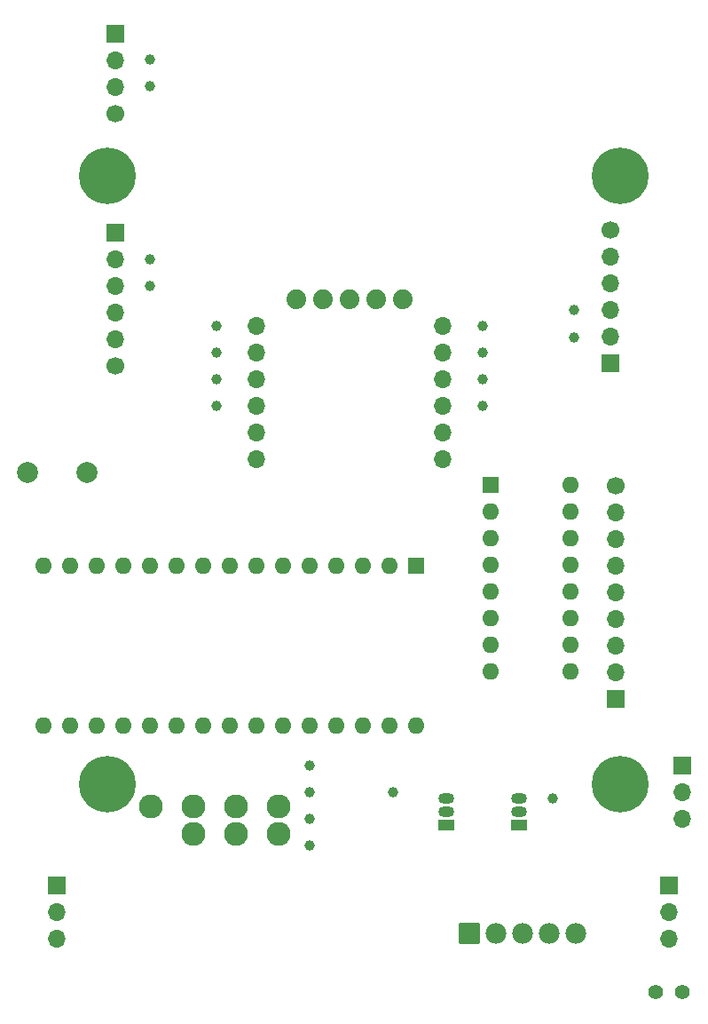
<source format=gbr>
%TF.GenerationSoftware,KiCad,Pcbnew,8.0.1*%
%TF.CreationDate,2024-08-24T13:25:50+01:00*%
%TF.ProjectId,ProjectALIENMainBoard,50726f6a-6563-4744-914c-49454e4d6169,1.0*%
%TF.SameCoordinates,Original*%
%TF.FileFunction,Soldermask,Bot*%
%TF.FilePolarity,Negative*%
%FSLAX46Y46*%
G04 Gerber Fmt 4.6, Leading zero omitted, Abs format (unit mm)*
G04 Created by KiCad (PCBNEW 8.0.1) date 2024-08-24 13:25:50*
%MOMM*%
%LPD*%
G01*
G04 APERTURE LIST*
G04 Aperture macros list*
%AMRoundRect*
0 Rectangle with rounded corners*
0 $1 Rounding radius*
0 $2 $3 $4 $5 $6 $7 $8 $9 X,Y pos of 4 corners*
0 Add a 4 corners polygon primitive as box body*
4,1,4,$2,$3,$4,$5,$6,$7,$8,$9,$2,$3,0*
0 Add four circle primitives for the rounded corners*
1,1,$1+$1,$2,$3*
1,1,$1+$1,$4,$5*
1,1,$1+$1,$6,$7*
1,1,$1+$1,$8,$9*
0 Add four rect primitives between the rounded corners*
20,1,$1+$1,$2,$3,$4,$5,0*
20,1,$1+$1,$4,$5,$6,$7,0*
20,1,$1+$1,$6,$7,$8,$9,0*
20,1,$1+$1,$8,$9,$2,$3,0*%
G04 Aperture macros list end*
%ADD10R,1.600000X1.600000*%
%ADD11O,1.600000X1.600000*%
%ADD12O,1.700000X1.700000*%
%ADD13C,1.000000*%
%ADD14C,1.700000*%
%ADD15R,1.700000X1.700000*%
%ADD16C,5.400000*%
%ADD17R,1.500000X1.050000*%
%ADD18O,1.500000X1.050000*%
%ADD19C,1.400000*%
%ADD20C,2.000000*%
%ADD21C,1.879600*%
%ADD22RoundRect,0.101600X-0.889000X0.889000X-0.889000X-0.889000X0.889000X-0.889000X0.889000X0.889000X0*%
%ADD23C,1.981200*%
%ADD24C,2.286000*%
G04 APERTURE END LIST*
D10*
%TO.C,U3*%
X150600000Y-101520000D03*
D11*
X150600000Y-104060000D03*
X150600000Y-106600000D03*
X150600000Y-109140000D03*
X150600000Y-111680000D03*
X150600000Y-114220000D03*
X150600000Y-116760000D03*
X150600000Y-119300000D03*
X158220000Y-119300000D03*
X158220000Y-116760000D03*
X158220000Y-114220000D03*
X158220000Y-111680000D03*
X158220000Y-109140000D03*
X158220000Y-106600000D03*
X158220000Y-104060000D03*
X158220000Y-101520000D03*
%TD*%
D10*
%TO.C,U1*%
X143510000Y-109230000D03*
D11*
X140970000Y-109230000D03*
X138430000Y-109230000D03*
X135890000Y-109230000D03*
X133350000Y-109230000D03*
X130810000Y-109230000D03*
X128270000Y-109230000D03*
X125730000Y-109230000D03*
X123190000Y-109230000D03*
X120650000Y-109230000D03*
X118110000Y-109230000D03*
X115570000Y-109230000D03*
X113030000Y-109230000D03*
X110490000Y-109230000D03*
X107950000Y-109230000D03*
X107950000Y-124470000D03*
X110490000Y-124470000D03*
X113030000Y-124470000D03*
X115570000Y-124470000D03*
X118110000Y-124470000D03*
X120650000Y-124470000D03*
X123190000Y-124470000D03*
X125730000Y-124470000D03*
X128270000Y-124470000D03*
X130810000Y-124470000D03*
X133350000Y-124470000D03*
X135890000Y-124470000D03*
X138430000Y-124470000D03*
X140970000Y-124470000D03*
X143510000Y-124470000D03*
%TD*%
D12*
%TO.C,U2*%
X128231974Y-86321974D03*
X128231974Y-88861974D03*
X128231974Y-91401974D03*
X128231974Y-93941974D03*
X128231974Y-96481974D03*
X128231974Y-99021974D03*
X146011974Y-99021974D03*
X146011974Y-96481974D03*
X146011974Y-93941974D03*
X146011974Y-91401974D03*
X146011974Y-88861974D03*
X146011974Y-86321974D03*
%TD*%
D13*
%TO.C,TP20*%
X158600000Y-87400000D03*
%TD*%
D14*
%TO.C,J4*%
X162000000Y-77200000D03*
D12*
X162000000Y-79740000D03*
X162000000Y-82280000D03*
X162000000Y-84820000D03*
X162000000Y-87360000D03*
D15*
X162000000Y-89900000D03*
%TD*%
%TO.C,J3*%
X114800000Y-77460000D03*
D12*
X114800000Y-80000000D03*
X114800000Y-82540000D03*
X114800000Y-85080000D03*
X114800000Y-87620000D03*
D14*
X114800000Y-90160000D03*
%TD*%
D15*
%TO.C,J6*%
X114800000Y-58460000D03*
D12*
X114800000Y-61000000D03*
X114800000Y-63540000D03*
D14*
X114800000Y-66080000D03*
%TD*%
%TO.C,J1*%
X162560000Y-101600000D03*
D12*
X162560000Y-104140000D03*
X162560000Y-106680000D03*
X162560000Y-109220000D03*
X162560000Y-111760000D03*
X162560000Y-114300000D03*
X162560000Y-116840000D03*
X162560000Y-119380000D03*
D15*
X162560000Y-121920000D03*
%TD*%
D13*
%TO.C,TP9*%
X124421974Y-86321974D03*
%TD*%
%TO.C,TP11*%
X124421974Y-91401974D03*
%TD*%
D16*
%TO.C,H4*%
X163000000Y-72000000D03*
%TD*%
D13*
%TO.C,TP8*%
X133350000Y-135890000D03*
%TD*%
%TO.C,TP12*%
X124421974Y-93941974D03*
%TD*%
%TO.C,TP15*%
X149821974Y-91401974D03*
%TD*%
D16*
%TO.C,H1*%
X114000000Y-72000000D03*
%TD*%
D13*
%TO.C,TP3*%
X141284399Y-130783321D03*
%TD*%
D16*
%TO.C,H3*%
X163000000Y-130000000D03*
%TD*%
D13*
%TO.C,TP16*%
X149821974Y-93941974D03*
%TD*%
D15*
%TO.C,J9*%
X167640000Y-139700000D03*
D12*
X167640000Y-142240000D03*
X167640000Y-144780000D03*
%TD*%
D13*
%TO.C,TP2*%
X118110000Y-63500000D03*
%TD*%
D17*
%TO.C,Q2*%
X153349399Y-133958321D03*
D18*
X153349399Y-132688321D03*
X153349399Y-131418321D03*
%TD*%
D13*
%TO.C,TP7*%
X133350000Y-133350000D03*
%TD*%
D19*
%TO.C,GND1*%
X166370000Y-149860000D03*
X168910000Y-149860000D03*
%TD*%
D13*
%TO.C,TP19*%
X158600000Y-84800000D03*
%TD*%
D20*
%TO.C,SW1*%
X112045000Y-100330000D03*
X106395000Y-100330000D03*
%TD*%
D13*
%TO.C,TP6*%
X133350000Y-130810000D03*
%TD*%
%TO.C,TP1*%
X118110000Y-60960000D03*
%TD*%
%TO.C,TP5*%
X133350000Y-128270000D03*
%TD*%
%TO.C,TP4*%
X156524399Y-131418321D03*
%TD*%
%TO.C,TP13*%
X149821974Y-86321974D03*
%TD*%
D16*
%TO.C,H2*%
X114000000Y-130000000D03*
%TD*%
D13*
%TO.C,TP14*%
X149821974Y-88861974D03*
%TD*%
%TO.C,TP18*%
X118110000Y-80010000D03*
%TD*%
%TO.C,TP17*%
X118110000Y-82550000D03*
%TD*%
%TO.C,TP10*%
X124421974Y-88861974D03*
%TD*%
D17*
%TO.C,Q1*%
X146364399Y-133958321D03*
D18*
X146364399Y-132688321D03*
X146364399Y-131418321D03*
%TD*%
D15*
%TO.C,J10*%
X109220000Y-139700000D03*
D12*
X109220000Y-142240000D03*
X109220000Y-144780000D03*
%TD*%
D21*
%TO.C,J8*%
X132080000Y-83820000D03*
X134620000Y-83820000D03*
X137160000Y-83820000D03*
X139700000Y-83820000D03*
X142240000Y-83820000D03*
%TD*%
D22*
%TO.C,J7*%
X148590000Y-144250000D03*
D23*
X151130000Y-144250000D03*
X153670000Y-144250000D03*
X156210000Y-144250000D03*
X158750000Y-144250000D03*
%TD*%
D15*
%TO.C,J5*%
X168910000Y-128270000D03*
D12*
X168910000Y-130810000D03*
X168910000Y-133350000D03*
%TD*%
D24*
%TO.C,J2*%
X118162569Y-132179026D03*
X122226569Y-132179026D03*
X126290569Y-132179026D03*
X130354569Y-132179026D03*
X130354569Y-134790426D03*
X126290569Y-134790426D03*
X122226569Y-134790426D03*
%TD*%
M02*

</source>
